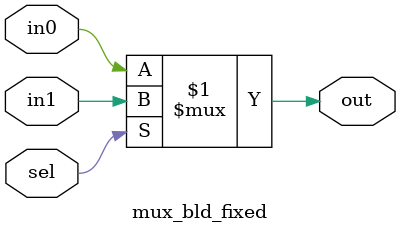
<source format=sv>

module mux_bld_fixed (input in0, input in1, input sel, output out);
assign out = sel ? in1:in0;
endmodule



</source>
